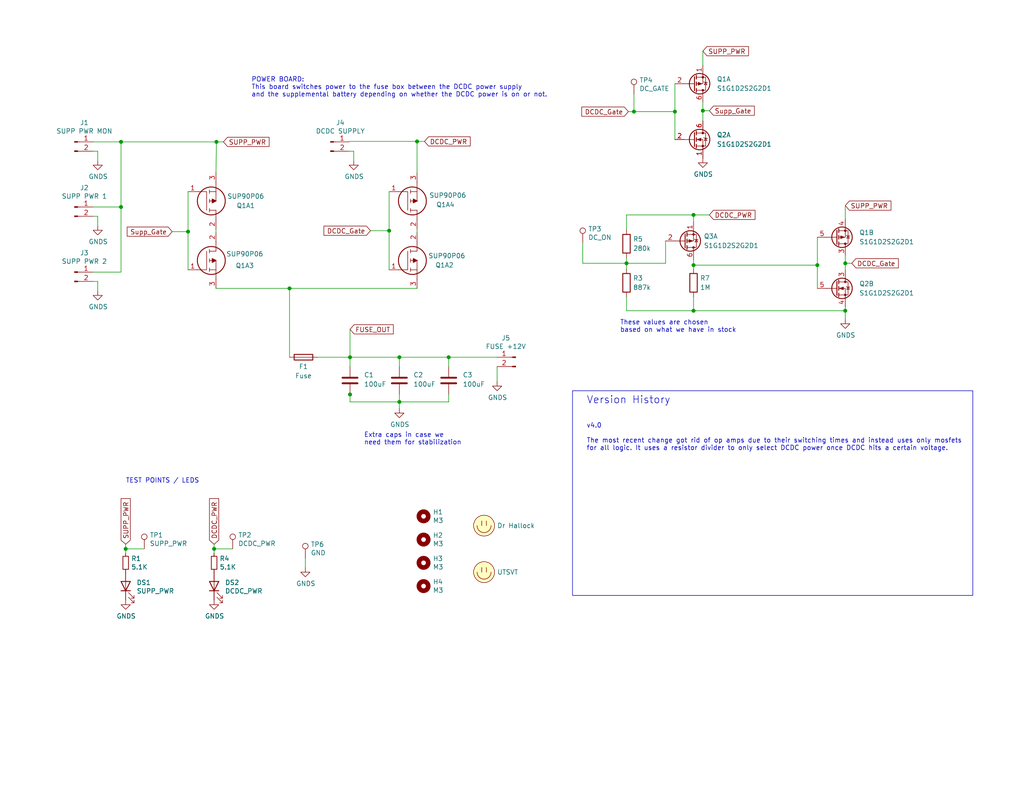
<source format=kicad_sch>
(kicad_sch (version 20230121) (generator eeschema)
  (paper "A")
  (title_block (title "Power Board v4.0") (date "2022-11-05") (company "UT Solar Vehicle Team - Power Systems") (comment 1 "Fall 2022"))
  (lib_symbols
    (symbol "Connector:Conn_01x02_Male" (pin_names (offset 1.016) hide)
      (property "Reference" "J" (at 0 2.54 0))
      (property "Value" "Conn_01x02_Male" (at 0 -5.08 0))
      (symbol "Conn_01x02_Male_1_1"
        (polyline (pts (xy 1.27 -2.54) (xy 0.8636 -2.54)) (stroke (width 0.1524)))
        (polyline (pts (xy 1.27 0) (xy 0.8636 0)) (stroke (width 0.1524)))
        (rectangle (start 0.8636 -2.413) (end 0 -2.667) (stroke (width 0.1524)) (fill (type outline)))
        (rectangle (start 0.8636 0.127) (end 0 -0.127) (stroke (width 0.1524)) (fill (type outline)))
        (pin passive line (at 5.08 0 180) (length 3.81) (name "Pin_1") (number "1"))
        (pin passive line (at 5.08 -2.54 180) (length 3.81) (name "Pin_2") (number "2"))
      )
    )
    (symbol "Connector:TestPoint" (pin_numbers hide) (pin_names (offset 0.762) hide)
      (property "Reference" "TP" (at 0 6.858 0))
      (property "Value" "TestPoint" (at 0 5.08 0))
      (symbol "TestPoint_0_1"
        (circle (center 0 3.302) (radius 0.762))
      )
      (symbol "TestPoint_1_1"
        (pin passive line (at 0 0 90) (length 2.54) (name "1") (number "1"))
      )
    )
    (symbol "Device:C" (pin_numbers hide) (pin_names (offset 0.254))
      (property "Reference" "C" (at 0.635 2.54 0))
      (property "Value" "C" (at 0.635 -2.54 0))
      (symbol "C_0_1"
        (polyline (pts (xy -2.032 -0.762) (xy 2.032 -0.762)) (stroke (width 0.508)))
        (polyline (pts (xy -2.032 0.762) (xy 2.032 0.762)) (stroke (width 0.508)))
      )
      (symbol "C_1_1"
        (pin passive line (at 0 3.81 270) (length 2.794) (name "~") (number "1"))
        (pin passive line (at 0 -3.81 90) (length 2.794) (name "~") (number "2"))
      )
    )
    (symbol "Device:Fuse" (pin_numbers hide) (pin_names (offset 0))
      (property "Reference" "F" (at 2.032 0 90))
      (property "Value" "Fuse" (at -1.905 0 90))
      (symbol "Fuse_0_1"
        (rectangle (start -0.762 -2.54) (end 0.762 2.54) (stroke (width 0.254)))
        (polyline (pts (xy 0 2.54) (xy 0 -2.54)))
      )
      (symbol "Fuse_1_1"
        (pin passive line (at 0 3.81 270) (length 1.27) (name "~") (number "1"))
        (pin passive line (at 0 -3.81 90) (length 1.27) (name "~") (number "2"))
      )
    )
    (symbol "Device:LED" (pin_numbers hide) (pin_names (offset 1.016) hide)
      (property "Reference" "D" (at 0 2.54 0))
      (property "Value" "LED" (at 0 -2.54 0))
      (symbol "LED_0_1"
        (polyline (pts (xy -1.27 -1.27) (xy -1.27 1.27)) (stroke (width 0.254)))
        (polyline (pts (xy -1.27 0) (xy 1.27 0)))
        (polyline (pts (xy 1.27 -1.27) (xy 1.27 1.27) (xy -1.27 0) (xy 1.27 -1.27)) (stroke (width 0.254)))
        (polyline (pts (xy -3.048 -0.762) (xy -4.572 -2.286) (xy -3.81 -2.286) (xy -4.572 -2.286) (xy -4.572 -1.524)))
        (polyline (pts (xy -1.778 -0.762) (xy -3.302 -2.286) (xy -2.54 -2.286) (xy -3.302 -2.286) (xy -3.302 -1.524)))
      )
      (symbol "LED_1_1"
        (pin passive line (at -3.81 0 0) (length 2.54) (name "K") (number "1"))
        (pin passive line (at 3.81 0 180) (length 2.54) (name "A") (number "2"))
      )
    )
    (symbol "Device:Q_Dual_NMOS_S1G1D2S2G2D1" (pin_names (offset 0) hide)
      (property "Reference" "Q" (at 6.35 1.27 0))
      (property "Value" "Q_Dual_NMOS_S1G1D2S2G2D1" (at 19.05 -1.27 0))
      (symbol "Q_Dual_NMOS_S1G1D2S2G2D1_0_1"
        (polyline (pts (xy 0.254 0) (xy -2.54 0)))
        (polyline (pts (xy 0.254 1.905) (xy 0.254 -1.905)) (stroke (width 0.254)))
        (polyline (pts (xy 0.762 -1.27) (xy 0.762 -2.286)) (stroke (width 0.254)))
        (polyline (pts (xy 0.762 0.508) (xy 0.762 -0.508)) (stroke (width 0.254)))
        (polyline (pts (xy 0.762 2.286) (xy 0.762 1.27)) (stroke (width 0.254)))
        (polyline (pts (xy 2.54 2.54) (xy 2.54 1.778)))
        (polyline (pts (xy 2.54 -2.54) (xy 2.54 0) (xy 0.762 0)))
        (polyline (pts (xy 0.762 -1.778) (xy 3.302 -1.778) (xy 3.302 1.778) (xy 0.762 1.778)))
        (polyline (pts (xy 1.016 0) (xy 2.032 0.381) (xy 2.032 -0.381) (xy 1.016 0)) (fill (type outline)))
        (polyline (pts (xy 2.794 0.508) (xy 2.921 0.381) (xy 3.683 0.381) (xy 3.81 0.254)))
        (polyline (pts (xy 3.302 0.381) (xy 2.921 -0.254) (xy 3.683 -0.254) (xy 3.302 0.381)))
        (circle (center 1.651 0) (radius 2.794) (stroke (width 0.254)))
        (circle (center 2.54 -1.778) (radius 0.254) (fill (type outline)))
        (circle (center 2.54 1.778) (radius 0.254) (fill (type outline)))
      )
      (symbol "Q_Dual_NMOS_S1G1D2S2G2D1_1_1"
        (pin passive line (at 2.54 -5.08 90) (length 2.54) (name "S") (number "1"))
        (pin input line (at -5.08 0 0) (length 2.54) (name "G") (number "2"))
        (pin passive line (at 2.54 5.08 270) (length 2.54) (name "D") (number "6"))
      )
      (symbol "Q_Dual_NMOS_S1G1D2S2G2D1_2_1"
        (pin passive line (at 2.54 5.08 270) (length 2.54) (name "D") (number "3"))
        (pin passive line (at 2.54 -5.08 90) (length 2.54) (name "S") (number "4"))
        (pin input line (at -5.08 0 0) (length 2.54) (name "G") (number "5"))
      )
    )
    (symbol "Device:Q_Dual_PMOS_S1G1D2S2G2D1" (pin_names (offset 0) hide)
      (property "Reference" "Q" (at 6.35 1.27 0))
      (property "Value" "Q_Dual_PMOS_S1G1D2S2G2D1" (at 19.05 -1.27 0))
      (symbol "Q_Dual_PMOS_S1G1D2S2G2D1_0_1"
        (polyline (pts (xy 0.254 0) (xy -2.54 0)))
        (polyline (pts (xy 0.254 1.905) (xy 0.254 -1.905)) (stroke (width 0.254)))
        (polyline (pts (xy 0.762 -1.27) (xy 0.762 -2.286)) (stroke (width 0.254)))
        (polyline (pts (xy 0.762 0.508) (xy 0.762 -0.508)) (stroke (width 0.254)))
        (polyline (pts (xy 0.762 2.286) (xy 0.762 1.27)) (stroke (width 0.254)))
        (polyline (pts (xy 2.54 2.54) (xy 2.54 1.778)))
        (polyline (pts (xy 2.54 -2.54) (xy 2.54 0) (xy 0.762 0)))
        (polyline (pts (xy 0.762 1.778) (xy 3.302 1.778) (xy 3.302 -1.778) (xy 0.762 -1.778)))
        (polyline (pts (xy 2.286 0) (xy 1.27 0.381) (xy 1.27 -0.381) (xy 2.286 0)) (fill (type outline)))
        (polyline (pts (xy 2.794 -0.508) (xy 2.921 -0.381) (xy 3.683 -0.381) (xy 3.81 -0.254)))
        (polyline (pts (xy 3.302 -0.381) (xy 2.921 0.254) (xy 3.683 0.254) (xy 3.302 -0.381)))
        (circle (center 1.651 0) (radius 2.794) (stroke (width 0.254)))
        (circle (center 2.54 -1.778) (radius 0.254) (fill (type outline)))
        (circle (center 2.54 1.778) (radius 0.254) (fill (type outline)))
      )
      (symbol "Q_Dual_PMOS_S1G1D2S2G2D1_1_1"
        (pin passive line (at 2.54 -5.08 90) (length 2.54) (name "S") (number "1"))
        (pin input line (at -5.08 0 0) (length 2.54) (name "G") (number "2"))
        (pin passive line (at 2.54 5.08 270) (length 2.54) (name "D") (number "6"))
      )
      (symbol "Q_Dual_PMOS_S1G1D2S2G2D1_2_1"
        (pin passive line (at 2.54 5.08 270) (length 2.54) (name "D") (number "3"))
        (pin passive line (at 2.54 -5.08 90) (length 2.54) (name "S") (number "4"))
        (pin input line (at -5.08 0 0) (length 2.54) (name "G") (number "5"))
      )
    )
    (symbol "Device:R" (pin_numbers hide) (pin_names (offset 0))
      (property "Reference" "R" (at 2.032 0 90))
      (property "Value" "R" (at 0 0 90))
      (symbol "R_0_1"
        (rectangle (start -1.016 -2.54) (end 1.016 2.54) (stroke (width 0.254)))
      )
      (symbol "R_1_1"
        (pin passive line (at 0 3.81 270) (length 1.27) (name "~") (number "1"))
        (pin passive line (at 0 -3.81 90) (length 1.27) (name "~") (number "2"))
      )
    )
    (symbol "Device:R_Small" (pin_numbers hide) (pin_names (offset 0.254) hide)
      (property "Reference" "R" (at 0.762 0.508 0))
      (property "Value" "R_Small" (at 0.762 -1.016 0))
      (symbol "R_Small_0_1"
        (rectangle (start -0.762 1.778) (end 0.762 -1.778) (stroke (width 0.2032)))
      )
      (symbol "R_Small_1_1"
        (pin passive line (at 0 2.54 270) (length 0.762) (name "~") (number "1"))
        (pin passive line (at 0 -2.54 90) (length 0.762) (name "~") (number "2"))
      )
    )
    (symbol "Mechanical:MountingHole" (pin_names (offset 1.016))
      (property "Reference" "H" (at 0 5.08 0))
      (property "Value" "MountingHole" (at 0 3.175 0))
      (symbol "MountingHole_0_1"
        (circle (center 0 0) (radius 1.27) (stroke (width 1.27)))
      )
    )
    (symbol "power:GNDS" (power) (pin_names (offset 0))
      (property "Value" "GNDS" (at 0 -3.81 0))
      (symbol "GNDS_0_1"
        (polyline (pts (xy 0 0) (xy 0 -1.27) (xy 1.27 -1.27) (xy 0 -2.54) (xy -1.27 -1.27) (xy 0 -1.27)))
      )
      (symbol "GNDS_1_1"
        (pin power_in line (at 0 0 270) (length 0) hide (name "GNDS") (number "1"))
      )
    )
    (symbol "utsvt-misc:Logo_Placeholder" (pin_names (offset 1.016))
      (property "Value" "Logo_Placeholder" (at 0 3.81 0))
      (symbol "Logo_Placeholder_0_1"
        (arc (start -1.905 0) (mid 0 -1.8967) (end 1.905 0))
        (polyline (pts (xy -0.635 1.27) (xy -0.635 0)))
        (polyline (pts (xy 0.635 1.27) (xy 0.635 0)))
        (circle (center 0 0) (radius 2.8448) (fill (type background)))
      )
    )
    (symbol "utsvt-powersupp:SUP90P06-PCHANNEL-MOSFET" (pin_names (offset 0.762))
      (property "Reference" "Q" (at 11.43 3.81 0))
      (property "Value" "SUP90P06-PCHANNEL-MOSFET" (at 11.43 1.27 0))
      (symbol "SUP90P06-PCHANNEL-MOSFET_0_0"
        (pin passive line (at 0 0 0) (length 2.54) (name "~") (number "1"))
        (pin passive line (at 7.62 10.16 270) (length 2.54) (name "~") (number "2"))
        (pin passive line (at 7.62 -5.08 90) (length 2.54) (name "~") (number "3"))
      )
      (symbol "SUP90P06-PCHANNEL-MOSFET_0_1"
        (polyline (pts (xy 5.842 -0.508) (xy 5.842 0.508)) (stroke (width 0.1524)))
        (polyline (pts (xy 5.842 0) (xy 7.62 0)) (stroke (width 0.1524)))
        (polyline (pts (xy 5.842 2.032) (xy 5.842 3.048)) (stroke (width 0.1524)))
        (polyline (pts (xy 5.842 5.588) (xy 5.842 4.572)) (stroke (width 0.1524)))
        (polyline (pts (xy 7.62 2.54) (xy 5.842 2.54)) (stroke (width 0.1524)))
        (polyline (pts (xy 7.62 2.54) (xy 7.62 -2.54)) (stroke (width 0.1524)))
        (polyline (pts (xy 7.62 5.08) (xy 5.842 5.08)) (stroke (width 0.1524)))
        (polyline (pts (xy 7.62 5.08) (xy 7.62 7.62)) (stroke (width 0.1524)))
        (polyline (pts (xy 2.54 0) (xy 5.08 0) (xy 5.08 5.08)) (stroke (width 0.1524)))
        (polyline (pts (xy 7.62 2.54) (xy 6.604 3.048) (xy 6.604 2.032) (xy 7.62 2.54)) (stroke (width 0.254)) (fill (type outline)))
        (circle (center 6.35 2.54) (radius 3.81) (stroke (width 0.254)))
      )
    )
  )
  (junction (at 189.23 58.674))
  (junction (at 95.504 107.696))
  (junction (at 108.966 97.536))
  (junction (at 223.012 72.39))
  (junction (at 189.23 72.39))
  (junction (at 230.632 84.836))
  (junction (at 170.942 71.882))
  (junction (at 95.504 97.536))
  (junction (at 184.15 30.48))
  (junction (at 58.42 149.86))
  (junction (at 33.02 56.515))
  (junction (at 122.428 97.536))
  (junction (at 191.77 30.226))
  (junction (at 34.29 149.86))
  (junction (at 189.23 84.836))
  (junction (at 33.02 38.735))
  (junction (at 113.792 38.608))
  (junction (at 59.055 38.735))
  (junction (at 51.308 63.246))
  (junction (at 106.172 62.992))
  (junction (at 78.994 78.74))
  (junction (at 172.974 30.48))
  (junction (at 108.966 109.728))
  (junction (at 230.632 71.882))
  (wire (pts (xy 191.77 30.226) (xy 193.548 30.226)))
  (wire (pts (xy 108.966 97.536) (xy 108.966 100.076)))
  (wire (pts (xy 33.02 38.735) (xy 33.02 56.515)))
  (wire (pts (xy 230.632 56.134) (xy 230.632 59.69)))
  (wire (pts (xy 170.942 84.836) (xy 170.942 81.026)))
  (wire (pts (xy 25.4 38.735) (xy 33.02 38.735)))
  (wire (pts (xy 230.632 71.882) (xy 232.41 71.882)))
  (wire (pts (xy 95.504 107.442) (xy 95.504 107.696)))
  (wire (pts (xy 25.4 59.055) (xy 26.67 59.055)))
  (wire (pts (xy 58.42 149.86) (xy 58.42 151.13)))
  (wire (pts (xy 78.994 97.536) (xy 78.994 78.74)))
  (wire (pts (xy 122.428 97.536) (xy 122.428 100.076)))
  (wire (pts (xy 189.23 58.674) (xy 189.23 60.706)))
  (wire (pts (xy 95.504 89.916) (xy 95.504 97.536)))
  (wire (pts (xy 184.15 22.86) (xy 184.15 30.48)))
  (wire (pts (xy 171.45 30.48) (xy 172.974 30.48)))
  (wire (pts (xy 78.994 78.74) (xy 113.792 78.74)))
  (wire (pts (xy 33.02 74.295) (xy 25.4 74.295)))
  (wire (pts (xy 59.055 38.735) (xy 58.928 47.244)))
  (wire (pts (xy 58.42 148.59) (xy 58.42 149.86)))
  (wire (pts (xy 223.012 64.77) (xy 223.012 72.39)))
  (wire (pts (xy 108.966 107.696) (xy 108.966 109.728)))
  (wire (pts (xy 34.29 148.59) (xy 34.29 149.86)))
  (wire (pts (xy 122.428 97.536) (xy 135.636 97.536)))
  (wire (pts (xy 191.77 13.97) (xy 191.77 17.78)))
  (wire (pts (xy 33.02 38.735) (xy 59.055 38.735)))
  (wire (pts (xy 170.942 71.882) (xy 159.004 71.882)))
  (wire (pts (xy 193.548 58.674) (xy 189.23 58.674)))
  (wire (pts (xy 95.504 109.728) (xy 108.966 109.728)))
  (wire (pts (xy 170.942 58.674) (xy 170.942 62.738)))
  (wire (pts (xy 59.055 38.735) (xy 60.96 38.735)))
  (wire (pts (xy 34.29 149.86) (xy 39.37 149.86)))
  (wire (pts (xy 122.428 109.728) (xy 122.428 107.696)))
  (wire (pts (xy 230.632 87.122) (xy 230.632 84.836)))
  (wire (pts (xy 58.928 62.484) (xy 58.928 63.5)))
  (wire (pts (xy 83.312 154.94) (xy 83.312 152.4)))
  (wire (pts (xy 95.504 97.536) (xy 108.966 97.536)))
  (wire (pts (xy 170.942 84.836) (xy 189.23 84.836)))
  (wire (pts (xy 86.614 97.536) (xy 95.504 97.536)))
  (wire (pts (xy 191.77 27.94) (xy 191.77 30.226)))
  (wire (pts (xy 189.23 72.39) (xy 223.012 72.39)))
  (wire (pts (xy 101.092 62.992) (xy 106.172 62.992)))
  (wire (pts (xy 230.632 84.836) (xy 230.632 83.82)))
  (wire (pts (xy 181.61 71.882) (xy 170.942 71.882)))
  (wire (pts (xy 95.504 107.696) (xy 95.504 109.728)))
  (wire (pts (xy 108.966 97.536) (xy 122.428 97.536)))
  (wire (pts (xy 170.942 71.882) (xy 170.942 73.406)))
  (wire (pts (xy 26.67 41.275) (xy 26.67 43.815)))
  (wire (pts (xy 95.504 97.536) (xy 95.504 100.076)))
  (wire (pts (xy 108.966 109.728) (xy 108.966 111.506)))
  (wire (pts (xy 58.42 149.86) (xy 63.5 149.86)))
  (wire (pts (xy 172.974 30.48) (xy 184.15 30.48)))
  (wire (pts (xy 95.25 38.608) (xy 113.792 38.608)))
  (wire (pts (xy 78.994 78.74) (xy 58.928 78.74)))
  (wire (pts (xy 189.23 70.866) (xy 189.23 72.39)))
  (wire (pts (xy 26.67 76.835) (xy 26.67 79.375)))
  (wire (pts (xy 96.52 41.275) (xy 95.25 41.275)))
  (wire (pts (xy 172.974 25.654) (xy 172.974 30.48)))
  (wire (pts (xy 26.67 59.055) (xy 26.67 61.595)))
  (wire (pts (xy 113.792 62.484) (xy 113.792 63.5)))
  (wire (pts (xy 25.4 76.835) (xy 26.67 76.835)))
  (wire (pts (xy 170.942 70.358) (xy 170.942 71.882)))
  (wire (pts (xy 51.308 63.246) (xy 51.308 73.66)))
  (wire (pts (xy 33.02 56.515) (xy 33.02 74.295)))
  (wire (pts (xy 34.29 149.86) (xy 34.29 151.13)))
  (wire (pts (xy 106.172 62.992) (xy 106.172 73.66)))
  (wire (pts (xy 33.02 56.515) (xy 25.4 56.515)))
  (wire (pts (xy 25.4 41.275) (xy 26.67 41.275)))
  (wire (pts (xy 159.004 71.882) (xy 159.004 66.294)))
  (wire (pts (xy 96.52 41.275) (xy 96.52 43.815)))
  (wire (pts (xy 189.23 84.836) (xy 189.23 81.026)))
  (wire (pts (xy 113.792 38.608) (xy 115.824 38.608)))
  (wire (pts (xy 108.966 109.728) (xy 122.428 109.728)))
  (wire (pts (xy 51.308 52.324) (xy 51.308 63.246)))
  (wire (pts (xy 184.15 30.48) (xy 184.15 38.1)))
  (wire (pts (xy 191.77 30.226) (xy 191.77 33.02)))
  (wire (pts (xy 106.172 52.324) (xy 106.172 62.992)))
  (wire (pts (xy 135.636 100.076) (xy 135.636 104.14)))
  (wire (pts (xy 181.61 65.786) (xy 181.61 71.882)))
  (wire (pts (xy 189.23 84.836) (xy 230.632 84.836)))
  (wire (pts (xy 51.308 63.246) (xy 46.99 63.246)))
  (wire (pts (xy 230.632 69.85) (xy 230.632 71.882)))
  (wire (pts (xy 230.632 71.882) (xy 230.632 73.66)))
  (wire (pts (xy 113.792 38.608) (xy 113.792 47.244)))
  (wire (pts (xy 170.942 58.674) (xy 189.23 58.674)))
  (wire (pts (xy 223.012 72.39) (xy 223.012 78.74)))
  (wire (pts (xy 189.23 72.39) (xy 189.23 73.406)))
  (rectangle (start 156.21 106.68) (end 265.43 162.56))
  (text "v4.0\n\nThe most recent change got rid of op amps due to their switching times and instead uses only mosfets\nfor all logic. It uses a resistor divider to only select DCDC power once DCDC hits a certain voltage." (at 160.02 123.19 0) (effects (font (size 1.27 1.27)) (justify left bottom)))
  (text "These values are chosen\nbased on what we have in stock" (at 169.164 90.932 0) (effects (font (size 1.27 1.27)) (justify left bottom)))
  (text "POWER BOARD:\nThis board switches power to the fuse box between the DCDC power supply\nand the supplemental battery depending on whether the DCDC power is on or not." (at 68.58 26.67 0) (effects (font (size 1.27 1.27)) (justify left bottom)))
  (text "Version History" (at 160.02 110.49 0) (effects (font (size 2 2)) (justify left bottom)))
  (text "Extra caps in case we\nneed them for stabilization\n\n" (at 99.314 123.698 0) (effects (font (size 1.27 1.27)) (justify left bottom)))
  (text "TEST POINTS / LEDS" (at 34.29 132.08 0) (effects (font (size 1.27 1.27)) (justify left bottom)))
  (global_label "Supp_Gate" (shape input) (at 193.548 30.226 0) (property "Intersheetrefs" "${INTERSHEET_REFS}" (effects hide)))
  (global_label "DCDC_Gate" (shape input) (at 101.092 62.992 180) (property "Intersheetrefs" "${INTERSHEET_REFS}" (effects hide)))
  (global_label "Supp_Gate" (shape input) (at 46.99 63.246 180) (property "Intersheetrefs" "${INTERSHEET_REFS}" (effects hide)))
  (global_label "DCDC_PWR" (shape input) (at 115.824 38.608 0) (property "Intersheetrefs" "${INTERSHEET_REFS}" (effects hide)))
  (global_label "SUPP_PWR" (shape input) (at 60.96 38.735 0) (property "Intersheetrefs" "${INTERSHEET_REFS}" (effects hide)))
  (global_label "DCDC_Gate" (shape input) (at 171.45 30.48 180) (property "Intersheetrefs" "${INTERSHEET_REFS}" (effects hide)))
  (global_label "DCDC_PWR" (shape input) (at 193.548 58.674 0) (property "Intersheetrefs" "${INTERSHEET_REFS}" (effects hide)))
  (global_label "FUSE_OUT" (shape input) (at 95.504 89.916 0) (property "Intersheetrefs" "${INTERSHEET_REFS}" (effects hide)))
  (global_label "SUPP_PWR" (shape input) (at 191.77 13.97 0) (property "Intersheetrefs" "${INTERSHEET_REFS}" (effects hide)))
  (global_label "DCDC_PWR" (shape input) (at 58.42 148.59 90) (property "Intersheetrefs" "${INTERSHEET_REFS}" (effects hide)))
  (global_label "SUPP_PWR" (shape input) (at 34.29 148.59 90) (property "Intersheetrefs" "${INTERSHEET_REFS}" (effects hide)))
  (global_label "SUPP_PWR" (shape input) (at 230.632 56.134 0) (property "Intersheetrefs" "${INTERSHEET_REFS}" (effects hide)))
  (global_label "DCDC_Gate" (shape input) (at 232.41 71.882 0) (property "Intersheetrefs" "${INTERSHEET_REFS}" (effects hide)))
  (symbol (lib_id "utsvt-misc:Logo_Placeholder") (at 132.08 156.21 0) (unit 1)
    (property "Reference" "LOGO2" (effects hide))
    (property "Value" "UTSVT" (at 135.636 156.21 0) (effects (justify left)))
    (property "Footprint" "UTSVT_Special:UTSVT_Logo_Symbol" (effects hide))
  )
  (symbol (lib_id "utsvt-misc:Logo_Placeholder") (at 132.08 143.51 0) (unit 1)
    (property "Reference" "LOGO1" (effects hide))
    (property "Value" "Dr Hallock" (at 135.636 143.51 0) (effects (justify left)))
    (property "Footprint" "UTSVT_Special:Hallock_Image_Tiny" (effects hide))
  )
  (symbol (lib_id "Mechanical:MountingHole") (at 115.57 140.97 0) (unit 1)
    (property "Reference" "H1" (at 118.11 139.8016 0) (effects (justify left)))
    (property "Value" "M3" (at 118.11 142.113 0) (effects (justify left)))
    (property "Footprint" "MountingHole:MountingHole_3mm" (effects hide))
  )
  (symbol (lib_id "Mechanical:MountingHole") (at 115.57 147.32 0) (unit 1)
    (property "Reference" "H2" (at 118.11 146.1516 0) (effects (justify left)))
    (property "Value" "M3" (at 118.11 148.463 0) (effects (justify left)))
    (property "Footprint" "MountingHole:MountingHole_3mm" (effects hide))
  )
  (symbol (lib_id "Mechanical:MountingHole") (at 115.57 153.67 0) (unit 1)
    (property "Reference" "H3" (at 118.11 152.5016 0) (effects (justify left)))
    (property "Value" "M3" (at 118.11 154.813 0) (effects (justify left)))
    (property "Footprint" "MountingHole:MountingHole_3mm" (effects hide))
  )
  (symbol (lib_id "Mechanical:MountingHole") (at 115.57 160.02 0) (unit 1)
    (property "Reference" "H4" (at 118.11 158.8516 0) (effects (justify left)))
    (property "Value" "M3" (at 118.11 161.163 0) (effects (justify left)))
    (property "Footprint" "MountingHole:MountingHole_3mm" (effects hide))
  )
  (symbol (lib_id "Device:LED") (at 34.29 160.02 90) (unit 1)
    (property "Reference" "DS1" (at 37.2618 159.0548 90) (effects (justify right)))
    (property "Value" "SUPP_PWR" (at 37.2618 161.3662 90) (effects (justify right)))
    (property "Footprint" "Diode_SMD:D_0805_2012Metric" (effects hide))
  )
  (symbol (lib_id "Connector:TestPoint") (at 159.004 66.294 0) (unit 1)
    (property "Reference" "TP3" (at 160.4772 63.246 0) (effects (justify left bottom)))
    (property "Value" "DC_ON" (at 160.4772 65.5574 0) (effects (justify left bottom)))
    (property "Footprint" "TestPoint:TestPoint_Pad_2.0x2.0mm" (effects hide))
  )
  (symbol (lib_id "Connector:TestPoint") (at 39.37 149.86 0) (unit 1)
    (property "Reference" "TP1" (at 40.8432 146.812 0) (effects (justify left bottom)))
    (property "Value" "SUPP_PWR" (at 40.8432 149.1234 0) (effects (justify left bottom)))
    (property "Footprint" "TestPoint:TestPoint_Pad_2.0x2.0mm" (effects hide))
  )
  (symbol (lib_id "Device:C") (at 122.428 103.886 0) (unit 1)
    (property "Reference" "C3" (at 126.238 102.3619 0) (effects (justify left)))
    (property "Value" "100uF" (at 126.238 104.9019 0) (effects (justify left)))
    (property "Footprint" "Capacitor_SMD:C_1210_3225Metric" (effects hide))
  )
  (symbol (lib_id "power:GNDS") (at 83.312 154.94 0) (unit 1)
    (property "Reference" "#PWR013" (effects hide))
    (property "Value" "GNDS" (at 83.439 159.3342 0))
  )
  (symbol (lib_id "Device:Fuse") (at 82.804 97.536 270) (unit 1)
    (property "Reference" "F1" (at 82.804 100.076 90))
    (property "Value" "Fuse" (at 82.804 102.616 90))
    (property "Footprint" "Fuse:Fuseholder_Blade_Mini_Keystone_3568" (effects hide))
  )
  (symbol (lib_id "power:GNDS") (at 26.67 43.815 0) (unit 1)
    (property "Reference" "#PWR02" (effects hide))
    (property "Value" "GNDS" (at 26.797 48.2092 0))
  )
  (symbol (lib_id "Connector:Conn_01x02_Male") (at 90.17 38.735 0) (unit 1)
    (property "Reference" "J4" (at 92.8624 34.2138 0) (effects (justify bottom)))
    (property "Value" "DCDC SUPPLY" (at 92.8624 36.5252 0) (effects (justify bottom)))
    (property "Footprint" "Connector_Molex:Molex_Sabre_43160-0102_1x02_P7.49mm_Vertical" (effects hide))
  )
  (symbol (lib_id "Device:Q_Dual_PMOS_S1G1D2S2G2D1") (at 228.092 64.77 0) (mirror x) (unit 2)
    (property "Reference" "Q1" (at 234.442 63.4999 0) (effects (justify left)))
    (property "Value" "S1G1D2S2G2D1" (at 234.442 66.0399 0) (effects (justify left)))
    (property "Footprint" "UTSVT_PowerSupp:SOT65P210X100-6N" (effects hide))
  )
  (symbol (lib_id "Device:Q_Dual_NMOS_S1G1D2S2G2D1") (at 189.23 38.1 0) (unit 1)
    (property "Reference" "Q2" (at 195.58 36.8299 0) (effects (justify left)))
    (property "Value" "S1G1D2S2G2D1" (at 195.58 39.3699 0) (effects (justify left)))
    (property "Footprint" "UTSVT_PowerSupp:SOT65P210X100-6N" (effects hide))
  )
  (symbol (lib_id "power:GNDS") (at 96.52 43.815 0) (unit 1)
    (property "Reference" "#PWR05" (effects hide))
    (property "Value" "GNDS" (at 96.647 48.2092 0))
  )
  (symbol (lib_id "power:GNDS") (at 108.966 111.506 0) (unit 1)
    (property "Reference" "#PWR0101" (effects hide))
    (property "Value" "GNDS" (at 109.093 115.9002 0))
  )
  (symbol (lib_id "Device:R") (at 189.23 77.216 0) (unit 1)
    (property "Reference" "R7" (at 191.008 75.9459 0) (effects (justify left)))
    (property "Value" "1M" (at 191.008 78.4859 0) (effects (justify left)))
    (property "Footprint" "Resistor_SMD:R_0603_1608Metric" (effects hide))
  )
  (symbol (lib_id "Device:C") (at 95.504 103.886 0) (unit 1)
    (property "Reference" "C1" (at 99.314 102.3619 0) (effects (justify left)))
    (property "Value" "100uF" (at 99.314 104.9019 0) (effects (justify left)))
    (property "Footprint" "Capacitor_SMD:C_1210_3225Metric" (effects hide))
  )
  (symbol (lib_id "Device:R") (at 170.942 66.548 0) (unit 1)
    (property "Reference" "R5" (at 172.72 65.2779 0) (effects (justify left)))
    (property "Value" "280k" (at 172.72 67.8179 0) (effects (justify left)))
    (property "Footprint" "Resistor_SMD:R_0603_1608Metric" (effects hide))
  )
  (symbol (lib_id "power:GNDS") (at 26.67 61.595 0) (unit 1)
    (property "Reference" "#PWR03" (effects hide))
    (property "Value" "GNDS" (at 26.797 65.9892 0))
  )
  (symbol (lib_id "Device:C") (at 108.966 103.886 0) (unit 1)
    (property "Reference" "C2" (at 112.776 102.3619 0) (effects (justify left)))
    (property "Value" "100uF" (at 112.776 104.9019 0) (effects (justify left)))
    (property "Footprint" "Capacitor_SMD:C_1210_3225Metric" (effects hide))
  )
  (symbol (lib_id "power:GNDS") (at 230.632 87.122 0) (unit 1)
    (property "Reference" "#PWR015" (effects hide))
    (property "Value" "GNDS" (at 230.759 91.5162 0))
  )
  (symbol (lib_id "Connector:TestPoint") (at 172.974 25.654 0) (unit 1)
    (property "Reference" "TP4" (at 174.4472 22.606 0) (effects (justify left bottom)))
    (property "Value" "DC_GATE" (at 174.4472 24.9174 0) (effects (justify left bottom)))
    (property "Footprint" "TestPoint:TestPoint_Pad_2.0x2.0mm" (effects hide))
  )
  (symbol (lib_id "Device:R_Small") (at 34.29 153.67 0) (unit 1)
    (property "Reference" "R1" (at 35.7886 152.5016 0) (effects (justify left)))
    (property "Value" "5.1K" (at 35.7886 154.813 0) (effects (justify left)))
    (property "Footprint" "Resistor_SMD:R_0805_2012Metric" (effects hide))
  )
  (symbol (lib_id "power:GNDS") (at 135.636 104.14 0) (unit 1)
    (property "Reference" "#PWR010" (effects hide))
    (property "Value" "GNDS" (at 135.763 108.5342 0))
  )
  (symbol (lib_id "Connector:Conn_01x02_Male") (at 140.716 97.536 0) (mirror y) (unit 1)
    (property "Reference" "J5" (at 138.0236 93.0148 0) (effects (justify bottom)))
    (property "Value" "FUSE +12V" (at 138.0236 95.3262 0) (effects (justify bottom)))
    (property "Footprint" "Connector_Molex:Molex_Sabre_43160-0102_1x02_P7.49mm_Vertical" (effects hide))
  )
  (symbol (lib_id "utsvt-powersupp:SUP90P06-PCHANNEL-MOSFET") (at 106.172 52.324 0) (mirror x) (unit 1)
    (property "Reference" "Q1A4" (at 121.539 55.88 0))
    (property "Value" "SUP90P06" (at 122.174 53.34 0))
    (property "Footprint" "UTSVT_PowerSupp:TO254P465X1031X1954-3P" (effects hide))
    (property "Datasheet" "https://www.infineon.com/dgdl/Infineon-AUIRF4905-DS-v01_02-EN.pdf?fileId=5546d462533600a4015355acc8c413be" (effects hide))
    (property "Description" "AUIRF4905 P-Channel MOSFET, 74 A, 55 V HEXFET, 3-Pin TO-220AB Infineon" (effects hide))
    (property "Height" "4.83" (effects hide))
    (property "Mouser Part Number" "942-AUIRF4905" (effects hide))
    (property "Mouser Price/Stock" "https://www.mouser.co.uk/ProductDetail/Infineon-Technologies/AUIRF4905?qs=z4XQqHkgcr1Dv6LERHGgXg%3D%3D" (effects hide))
    (property "Manufacturer_Name" "Infineon" (effects hide))
    (property "Manufacturer_Part_Number" "AUIRF4905" (effects hide))
  )
  (symbol (lib_id "power:GNDS") (at 26.67 79.375 0) (unit 1)
    (property "Reference" "#PWR04" (effects hide))
    (property "Value" "GNDS" (at 26.797 83.7692 0))
  )
  (symbol (lib_id "Connector:TestPoint") (at 63.5 149.86 0) (unit 1)
    (property "Reference" "TP2" (at 64.9732 146.812 0) (effects (justify left bottom)))
    (property "Value" "DCDC_PWR" (at 64.9732 149.1234 0) (effects (justify left bottom)))
    (property "Footprint" "TestPoint:TestPoint_Pad_2.0x2.0mm" (effects hide))
  )
  (symbol (lib_id "Device:Q_Dual_PMOS_S1G1D2S2G2D1") (at 186.69 65.786 0) (mirror x) (unit 1)
    (property "Reference" "Q3" (at 192.024 64.5159 0) (effects (justify left)))
    (property "Value" "S1G1D2S2G2D1" (at 192.024 67.0559 0) (effects (justify left)))
    (property "Footprint" "UTSVT_PowerSupp:SOT65P210X100-6N" (effects hide))
  )
  (symbol (lib_id "Device:Q_Dual_NMOS_S1G1D2S2G2D1") (at 228.092 78.74 0) (unit 2)
    (property "Reference" "Q2" (at 234.442 77.4699 0) (effects (justify left)))
    (property "Value" "S1G1D2S2G2D1" (at 234.442 80.0099 0) (effects (justify left)))
    (property "Footprint" "UTSVT_PowerSupp:SOT65P210X100-6N" (effects hide))
  )
  (symbol (lib_id "Connector:Conn_01x02_Male") (at 20.32 56.515 0) (unit 1)
    (property "Reference" "J2" (at 23.0124 51.9938 0) (effects (justify bottom)))
    (property "Value" "SUPP PWR 1" (at 23.0124 54.3052 0) (effects (justify bottom)))
    (property "Footprint" "Connector_Molex:Molex_Sabre_43160-0102_1x02_P7.49mm_Vertical" (effects hide))
  )
  (symbol (lib_id "power:GNDS") (at 34.29 163.83 0) (unit 1)
    (property "Reference" "#PWR01" (effects hide))
    (property "Value" "GNDS" (at 34.417 168.2242 0))
  )
  (symbol (lib_id "Connector:Conn_01x02_Male") (at 20.32 74.295 0) (unit 1)
    (property "Reference" "J3" (at 23.0124 69.7738 0) (effects (justify bottom)))
    (property "Value" "SUPP PWR 2" (at 23.0124 72.0852 0) (effects (justify bottom)))
    (property "Footprint" "Connector_Molex:Molex_Sabre_43160-0102_1x02_P7.49mm_Vertical" (effects hide))
  )
  (symbol (lib_id "power:GNDS") (at 191.77 43.18 0) (unit 1)
    (property "Reference" "#PWR012" (effects hide))
    (property "Value" "GNDS" (at 191.897 47.5742 0))
  )
  (symbol (lib_id "Device:R") (at 170.942 77.216 0) (unit 1)
    (property "Reference" "R3" (at 172.72 75.9459 0) (effects (justify left)))
    (property "Value" "887k" (at 172.72 78.4859 0) (effects (justify left)))
    (property "Footprint" "Resistor_SMD:R_0603_1608Metric" (effects hide))
  )
  (symbol (lib_id "Device:R_Small") (at 58.42 153.67 0) (unit 1)
    (property "Reference" "R4" (at 59.9186 152.5016 0) (effects (justify left)))
    (property "Value" "5.1K" (at 59.9186 154.813 0) (effects (justify left)))
    (property "Footprint" "Resistor_SMD:R_0805_2012Metric" (effects hide))
  )
  (symbol (lib_id "utsvt-powersupp:SUP90P06-PCHANNEL-MOSFET") (at 106.172 73.66 0) (unit 1)
    (property "Reference" "Q1A2" (at 121.285 72.39 0))
    (property "Value" "SUP90P06" (at 121.92 69.85 0))
    (property "Footprint" "UTSVT_PowerSupp:TO254P465X1031X1954-3P" (effects hide))
    (property "Datasheet" "https://www.infineon.com/dgdl/Infineon-AUIRF4905-DS-v01_02-EN.pdf?fileId=5546d462533600a4015355acc8c413be" (effects hide))
    (property "Description" "AUIRF4905 P-Channel MOSFET, 74 A, 55 V HEXFET, 3-Pin TO-220AB Infineon" (effects hide))
    (property "Height" "4.83" (effects hide))
    (property "Mouser Part Number" "942-AUIRF4905" (effects hide))
    (property "Mouser Price/Stock" "https://www.mouser.co.uk/ProductDetail/Infineon-Technologies/AUIRF4905?qs=z4XQqHkgcr1Dv6LERHGgXg%3D%3D" (effects hide))
    (property "Manufacturer_Name" "Infineon" (effects hide))
    (property "Manufacturer_Part_Number" "AUIRF4905" (effects hide))
  )
  (symbol (lib_id "utsvt-powersupp:SUP90P06-PCHANNEL-MOSFET") (at 51.308 73.66 0) (unit 1)
    (property "Reference" "Q1A3" (at 66.802 72.517 0))
    (property "Value" "SUP90P06" (at 66.802 69.342 0))
    (property "Footprint" "UTSVT_PowerSupp:TO254P465X1031X1954-3P" (effects hide))
    (property "Datasheet" "https://www.infineon.com/dgdl/Infineon-AUIRF4905-DS-v01_02-EN.pdf?fileId=5546d462533600a4015355acc8c413be" (effects hide))
    (property "Description" "AUIRF4905 P-Channel MOSFET, 74 A, 55 V HEXFET, 3-Pin TO-220AB Infineon" (effects hide))
    (property "Height" "4.83" (effects hide))
    (property "Mouser Part Number" "942-AUIRF4905" (effects hide))
    (property "Mouser Price/Stock" "https://www.mouser.co.uk/ProductDetail/Infineon-Technologies/AUIRF4905?qs=z4XQqHkgcr1Dv6LERHGgXg%3D%3D" (effects hide))
    (property "Manufacturer_Name" "Infineon" (effects hide))
    (property "Manufacturer_Part_Number" "AUIRF4905" (effects hide))
  )
  (symbol (lib_id "Connector:TestPoint") (at 83.312 152.4 0) (unit 1)
    (property "Reference" "TP6" (at 84.7852 149.352 0) (effects (justify left bottom)))
    (property "Value" "GND" (at 84.7852 151.6634 0) (effects (justify left bottom)))
    (property "Footprint" "TestPoint:TestPoint_Pad_2.0x2.0mm" (effects hide))
  )
  (symbol (lib_id "power:GNDS") (at 58.42 163.83 0) (unit 1)
    (property "Reference" "#PWR07" (effects hide))
    (property "Value" "GNDS" (at 58.547 168.2242 0))
  )
  (symbol (lib_id "utsvt-powersupp:SUP90P06-PCHANNEL-MOSFET") (at 51.308 52.324 0) (mirror x) (unit 1)
    (property "Reference" "Q1A1" (at 67.056 56.134 0))
    (property "Value" "SUP90P06" (at 67.056 53.594 0))
    (property "Footprint" "UTSVT_PowerSupp:TO254P465X1031X1954-3P" (effects hide))
    (property "Datasheet" "https://www.infineon.com/dgdl/Infineon-AUIRF4905-DS-v01_02-EN.pdf?fileId=5546d462533600a4015355acc8c413be" (effects hide))
    (property "Description" "AUIRF4905 P-Channel MOSFET, 74 A, 55 V HEXFET, 3-Pin TO-220AB Infineon" (effects hide))
    (property "Height" "4.83" (effects hide))
    (property "Mouser Part Number" "942-AUIRF4905" (effects hide))
    (property "Mouser Price/Stock" "https://www.mouser.co.uk/ProductDetail/Infineon-Technologies/AUIRF4905?qs=z4XQqHkgcr1Dv6LERHGgXg%3D%3D" (effects hide))
    (property "Manufacturer_Name" "Infineon" (effects hide))
    (property "Manufacturer_Part_Number" "AUIRF4905" (effects hide))
  )
  (symbol (lib_id "Device:Q_Dual_PMOS_S1G1D2S2G2D1") (at 189.23 22.86 0) (mirror x) (unit 1)
    (property "Reference" "Q1" (at 195.58 21.5899 0) (effects (justify left)))
    (property "Value" "S1G1D2S2G2D1" (at 195.58 24.1299 0) (effects (justify left)))
    (property "Footprint" "UTSVT_PowerSupp:SOT65P210X100-6N" (effects hide))
  )
  (symbol (lib_id "Connector:Conn_01x02_Male") (at 20.32 38.735 0) (unit 1)
    (property "Reference" "J1" (at 23.0124 34.2138 0) (effects (justify bottom)))
    (property "Value" "SUPP PWR MON" (at 23.0124 36.5252 0) (effects (justify bottom)))
    (property "Footprint" "Connector_Molex:Molex_Micro-Fit_3.0_43650-0215_1x02_P3.00mm_Vertical" (effects hide))
  )
  (symbol (lib_id "Device:LED") (at 58.42 160.02 90) (unit 1)
    (property "Reference" "DS2" (at 61.3918 159.0548 90) (effects (justify right)))
    (property "Value" "DCDC_PWR" (at 61.3918 161.3662 90) (effects (justify right)))
    (property "Footprint" "Diode_SMD:D_0805_2012Metric" (effects hide))
  )
)
</source>
